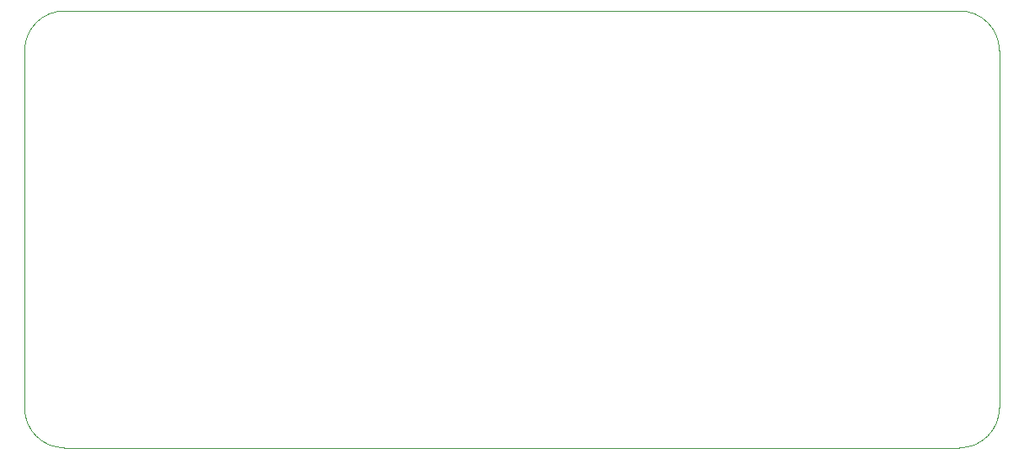
<source format=gbr>
G04 #@! TF.GenerationSoftware,KiCad,Pcbnew,8.0.8*
G04 #@! TF.CreationDate,2025-10-01T20:38:26-04:00*
G04 #@! TF.ProjectId,project-hw-2-18650,70726f6a-6563-4742-9d68-772d322d3138,rev?*
G04 #@! TF.SameCoordinates,Original*
G04 #@! TF.FileFunction,Profile,NP*
%FSLAX46Y46*%
G04 Gerber Fmt 4.6, Leading zero omitted, Abs format (unit mm)*
G04 Created by KiCad (PCBNEW 8.0.8) date 2025-10-01 20:38:26*
%MOMM*%
%LPD*%
G01*
G04 APERTURE LIST*
G04 #@! TA.AperFunction,Profile*
%ADD10C,0.050000*%
G04 #@! TD*
G04 APERTURE END LIST*
D10*
X112000000Y-16000000D02*
G75*
G02*
X116000000Y-20000000I0J-4000000D01*
G01*
X18000000Y-20000000D02*
G75*
G02*
X22000000Y-16000000I4000000J0D01*
G01*
X116000000Y-56000000D02*
G75*
G02*
X112000000Y-60000000I-4000000J0D01*
G01*
X22000000Y-60000000D02*
G75*
G02*
X18000000Y-56000000I0J4000000D01*
G01*
X116000000Y-20000000D02*
X116000000Y-56000000D01*
X22000000Y-16000000D02*
X112000000Y-16000000D01*
X18000000Y-56000000D02*
X18000000Y-20000000D01*
X112000000Y-60000000D02*
X22000000Y-60000000D01*
M02*

</source>
